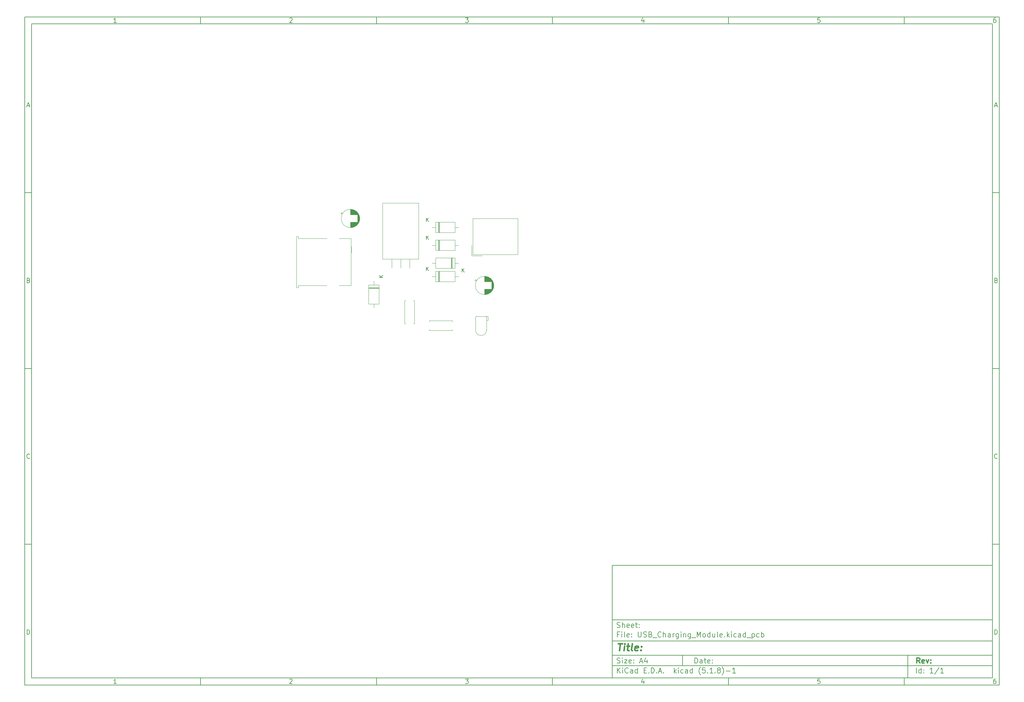
<source format=gto>
%TF.GenerationSoftware,KiCad,Pcbnew,(5.1.8)-1*%
%TF.CreationDate,2021-07-24T17:40:12+02:00*%
%TF.ProjectId,USB_Charging_Module,5553425f-4368-4617-9267-696e675f4d6f,rev?*%
%TF.SameCoordinates,Original*%
%TF.FileFunction,Legend,Top*%
%TF.FilePolarity,Positive*%
%FSLAX46Y46*%
G04 Gerber Fmt 4.6, Leading zero omitted, Abs format (unit mm)*
G04 Created by KiCad (PCBNEW (5.1.8)-1) date 2021-07-24 17:40:12*
%MOMM*%
%LPD*%
G01*
G04 APERTURE LIST*
%ADD10C,0.100000*%
%ADD11C,0.150000*%
%ADD12C,0.300000*%
%ADD13C,0.400000*%
%ADD14C,0.120000*%
G04 APERTURE END LIST*
D10*
D11*
X177002200Y-166007200D02*
X177002200Y-198007200D01*
X285002200Y-198007200D01*
X285002200Y-166007200D01*
X177002200Y-166007200D01*
D10*
D11*
X10000000Y-10000000D02*
X10000000Y-200007200D01*
X287002200Y-200007200D01*
X287002200Y-10000000D01*
X10000000Y-10000000D01*
D10*
D11*
X12000000Y-12000000D02*
X12000000Y-198007200D01*
X285002200Y-198007200D01*
X285002200Y-12000000D01*
X12000000Y-12000000D01*
D10*
D11*
X60000000Y-12000000D02*
X60000000Y-10000000D01*
D10*
D11*
X110000000Y-12000000D02*
X110000000Y-10000000D01*
D10*
D11*
X160000000Y-12000000D02*
X160000000Y-10000000D01*
D10*
D11*
X210000000Y-12000000D02*
X210000000Y-10000000D01*
D10*
D11*
X260000000Y-12000000D02*
X260000000Y-10000000D01*
D10*
D11*
X36065476Y-11588095D02*
X35322619Y-11588095D01*
X35694047Y-11588095D02*
X35694047Y-10288095D01*
X35570238Y-10473809D01*
X35446428Y-10597619D01*
X35322619Y-10659523D01*
D10*
D11*
X85322619Y-10411904D02*
X85384523Y-10350000D01*
X85508333Y-10288095D01*
X85817857Y-10288095D01*
X85941666Y-10350000D01*
X86003571Y-10411904D01*
X86065476Y-10535714D01*
X86065476Y-10659523D01*
X86003571Y-10845238D01*
X85260714Y-11588095D01*
X86065476Y-11588095D01*
D10*
D11*
X135260714Y-10288095D02*
X136065476Y-10288095D01*
X135632142Y-10783333D01*
X135817857Y-10783333D01*
X135941666Y-10845238D01*
X136003571Y-10907142D01*
X136065476Y-11030952D01*
X136065476Y-11340476D01*
X136003571Y-11464285D01*
X135941666Y-11526190D01*
X135817857Y-11588095D01*
X135446428Y-11588095D01*
X135322619Y-11526190D01*
X135260714Y-11464285D01*
D10*
D11*
X185941666Y-10721428D02*
X185941666Y-11588095D01*
X185632142Y-10226190D02*
X185322619Y-11154761D01*
X186127380Y-11154761D01*
D10*
D11*
X236003571Y-10288095D02*
X235384523Y-10288095D01*
X235322619Y-10907142D01*
X235384523Y-10845238D01*
X235508333Y-10783333D01*
X235817857Y-10783333D01*
X235941666Y-10845238D01*
X236003571Y-10907142D01*
X236065476Y-11030952D01*
X236065476Y-11340476D01*
X236003571Y-11464285D01*
X235941666Y-11526190D01*
X235817857Y-11588095D01*
X235508333Y-11588095D01*
X235384523Y-11526190D01*
X235322619Y-11464285D01*
D10*
D11*
X285941666Y-10288095D02*
X285694047Y-10288095D01*
X285570238Y-10350000D01*
X285508333Y-10411904D01*
X285384523Y-10597619D01*
X285322619Y-10845238D01*
X285322619Y-11340476D01*
X285384523Y-11464285D01*
X285446428Y-11526190D01*
X285570238Y-11588095D01*
X285817857Y-11588095D01*
X285941666Y-11526190D01*
X286003571Y-11464285D01*
X286065476Y-11340476D01*
X286065476Y-11030952D01*
X286003571Y-10907142D01*
X285941666Y-10845238D01*
X285817857Y-10783333D01*
X285570238Y-10783333D01*
X285446428Y-10845238D01*
X285384523Y-10907142D01*
X285322619Y-11030952D01*
D10*
D11*
X60000000Y-198007200D02*
X60000000Y-200007200D01*
D10*
D11*
X110000000Y-198007200D02*
X110000000Y-200007200D01*
D10*
D11*
X160000000Y-198007200D02*
X160000000Y-200007200D01*
D10*
D11*
X210000000Y-198007200D02*
X210000000Y-200007200D01*
D10*
D11*
X260000000Y-198007200D02*
X260000000Y-200007200D01*
D10*
D11*
X36065476Y-199595295D02*
X35322619Y-199595295D01*
X35694047Y-199595295D02*
X35694047Y-198295295D01*
X35570238Y-198481009D01*
X35446428Y-198604819D01*
X35322619Y-198666723D01*
D10*
D11*
X85322619Y-198419104D02*
X85384523Y-198357200D01*
X85508333Y-198295295D01*
X85817857Y-198295295D01*
X85941666Y-198357200D01*
X86003571Y-198419104D01*
X86065476Y-198542914D01*
X86065476Y-198666723D01*
X86003571Y-198852438D01*
X85260714Y-199595295D01*
X86065476Y-199595295D01*
D10*
D11*
X135260714Y-198295295D02*
X136065476Y-198295295D01*
X135632142Y-198790533D01*
X135817857Y-198790533D01*
X135941666Y-198852438D01*
X136003571Y-198914342D01*
X136065476Y-199038152D01*
X136065476Y-199347676D01*
X136003571Y-199471485D01*
X135941666Y-199533390D01*
X135817857Y-199595295D01*
X135446428Y-199595295D01*
X135322619Y-199533390D01*
X135260714Y-199471485D01*
D10*
D11*
X185941666Y-198728628D02*
X185941666Y-199595295D01*
X185632142Y-198233390D02*
X185322619Y-199161961D01*
X186127380Y-199161961D01*
D10*
D11*
X236003571Y-198295295D02*
X235384523Y-198295295D01*
X235322619Y-198914342D01*
X235384523Y-198852438D01*
X235508333Y-198790533D01*
X235817857Y-198790533D01*
X235941666Y-198852438D01*
X236003571Y-198914342D01*
X236065476Y-199038152D01*
X236065476Y-199347676D01*
X236003571Y-199471485D01*
X235941666Y-199533390D01*
X235817857Y-199595295D01*
X235508333Y-199595295D01*
X235384523Y-199533390D01*
X235322619Y-199471485D01*
D10*
D11*
X285941666Y-198295295D02*
X285694047Y-198295295D01*
X285570238Y-198357200D01*
X285508333Y-198419104D01*
X285384523Y-198604819D01*
X285322619Y-198852438D01*
X285322619Y-199347676D01*
X285384523Y-199471485D01*
X285446428Y-199533390D01*
X285570238Y-199595295D01*
X285817857Y-199595295D01*
X285941666Y-199533390D01*
X286003571Y-199471485D01*
X286065476Y-199347676D01*
X286065476Y-199038152D01*
X286003571Y-198914342D01*
X285941666Y-198852438D01*
X285817857Y-198790533D01*
X285570238Y-198790533D01*
X285446428Y-198852438D01*
X285384523Y-198914342D01*
X285322619Y-199038152D01*
D10*
D11*
X10000000Y-60000000D02*
X12000000Y-60000000D01*
D10*
D11*
X10000000Y-110000000D02*
X12000000Y-110000000D01*
D10*
D11*
X10000000Y-160000000D02*
X12000000Y-160000000D01*
D10*
D11*
X10690476Y-35216666D02*
X11309523Y-35216666D01*
X10566666Y-35588095D02*
X11000000Y-34288095D01*
X11433333Y-35588095D01*
D10*
D11*
X11092857Y-84907142D02*
X11278571Y-84969047D01*
X11340476Y-85030952D01*
X11402380Y-85154761D01*
X11402380Y-85340476D01*
X11340476Y-85464285D01*
X11278571Y-85526190D01*
X11154761Y-85588095D01*
X10659523Y-85588095D01*
X10659523Y-84288095D01*
X11092857Y-84288095D01*
X11216666Y-84350000D01*
X11278571Y-84411904D01*
X11340476Y-84535714D01*
X11340476Y-84659523D01*
X11278571Y-84783333D01*
X11216666Y-84845238D01*
X11092857Y-84907142D01*
X10659523Y-84907142D01*
D10*
D11*
X11402380Y-135464285D02*
X11340476Y-135526190D01*
X11154761Y-135588095D01*
X11030952Y-135588095D01*
X10845238Y-135526190D01*
X10721428Y-135402380D01*
X10659523Y-135278571D01*
X10597619Y-135030952D01*
X10597619Y-134845238D01*
X10659523Y-134597619D01*
X10721428Y-134473809D01*
X10845238Y-134350000D01*
X11030952Y-134288095D01*
X11154761Y-134288095D01*
X11340476Y-134350000D01*
X11402380Y-134411904D01*
D10*
D11*
X10659523Y-185588095D02*
X10659523Y-184288095D01*
X10969047Y-184288095D01*
X11154761Y-184350000D01*
X11278571Y-184473809D01*
X11340476Y-184597619D01*
X11402380Y-184845238D01*
X11402380Y-185030952D01*
X11340476Y-185278571D01*
X11278571Y-185402380D01*
X11154761Y-185526190D01*
X10969047Y-185588095D01*
X10659523Y-185588095D01*
D10*
D11*
X287002200Y-60000000D02*
X285002200Y-60000000D01*
D10*
D11*
X287002200Y-110000000D02*
X285002200Y-110000000D01*
D10*
D11*
X287002200Y-160000000D02*
X285002200Y-160000000D01*
D10*
D11*
X285692676Y-35216666D02*
X286311723Y-35216666D01*
X285568866Y-35588095D02*
X286002200Y-34288095D01*
X286435533Y-35588095D01*
D10*
D11*
X286095057Y-84907142D02*
X286280771Y-84969047D01*
X286342676Y-85030952D01*
X286404580Y-85154761D01*
X286404580Y-85340476D01*
X286342676Y-85464285D01*
X286280771Y-85526190D01*
X286156961Y-85588095D01*
X285661723Y-85588095D01*
X285661723Y-84288095D01*
X286095057Y-84288095D01*
X286218866Y-84350000D01*
X286280771Y-84411904D01*
X286342676Y-84535714D01*
X286342676Y-84659523D01*
X286280771Y-84783333D01*
X286218866Y-84845238D01*
X286095057Y-84907142D01*
X285661723Y-84907142D01*
D10*
D11*
X286404580Y-135464285D02*
X286342676Y-135526190D01*
X286156961Y-135588095D01*
X286033152Y-135588095D01*
X285847438Y-135526190D01*
X285723628Y-135402380D01*
X285661723Y-135278571D01*
X285599819Y-135030952D01*
X285599819Y-134845238D01*
X285661723Y-134597619D01*
X285723628Y-134473809D01*
X285847438Y-134350000D01*
X286033152Y-134288095D01*
X286156961Y-134288095D01*
X286342676Y-134350000D01*
X286404580Y-134411904D01*
D10*
D11*
X285661723Y-185588095D02*
X285661723Y-184288095D01*
X285971247Y-184288095D01*
X286156961Y-184350000D01*
X286280771Y-184473809D01*
X286342676Y-184597619D01*
X286404580Y-184845238D01*
X286404580Y-185030952D01*
X286342676Y-185278571D01*
X286280771Y-185402380D01*
X286156961Y-185526190D01*
X285971247Y-185588095D01*
X285661723Y-185588095D01*
D10*
D11*
X200434342Y-193785771D02*
X200434342Y-192285771D01*
X200791485Y-192285771D01*
X201005771Y-192357200D01*
X201148628Y-192500057D01*
X201220057Y-192642914D01*
X201291485Y-192928628D01*
X201291485Y-193142914D01*
X201220057Y-193428628D01*
X201148628Y-193571485D01*
X201005771Y-193714342D01*
X200791485Y-193785771D01*
X200434342Y-193785771D01*
X202577200Y-193785771D02*
X202577200Y-193000057D01*
X202505771Y-192857200D01*
X202362914Y-192785771D01*
X202077200Y-192785771D01*
X201934342Y-192857200D01*
X202577200Y-193714342D02*
X202434342Y-193785771D01*
X202077200Y-193785771D01*
X201934342Y-193714342D01*
X201862914Y-193571485D01*
X201862914Y-193428628D01*
X201934342Y-193285771D01*
X202077200Y-193214342D01*
X202434342Y-193214342D01*
X202577200Y-193142914D01*
X203077200Y-192785771D02*
X203648628Y-192785771D01*
X203291485Y-192285771D02*
X203291485Y-193571485D01*
X203362914Y-193714342D01*
X203505771Y-193785771D01*
X203648628Y-193785771D01*
X204720057Y-193714342D02*
X204577200Y-193785771D01*
X204291485Y-193785771D01*
X204148628Y-193714342D01*
X204077200Y-193571485D01*
X204077200Y-193000057D01*
X204148628Y-192857200D01*
X204291485Y-192785771D01*
X204577200Y-192785771D01*
X204720057Y-192857200D01*
X204791485Y-193000057D01*
X204791485Y-193142914D01*
X204077200Y-193285771D01*
X205434342Y-193642914D02*
X205505771Y-193714342D01*
X205434342Y-193785771D01*
X205362914Y-193714342D01*
X205434342Y-193642914D01*
X205434342Y-193785771D01*
X205434342Y-192857200D02*
X205505771Y-192928628D01*
X205434342Y-193000057D01*
X205362914Y-192928628D01*
X205434342Y-192857200D01*
X205434342Y-193000057D01*
D10*
D11*
X177002200Y-194507200D02*
X285002200Y-194507200D01*
D10*
D11*
X178434342Y-196585771D02*
X178434342Y-195085771D01*
X179291485Y-196585771D02*
X178648628Y-195728628D01*
X179291485Y-195085771D02*
X178434342Y-195942914D01*
X179934342Y-196585771D02*
X179934342Y-195585771D01*
X179934342Y-195085771D02*
X179862914Y-195157200D01*
X179934342Y-195228628D01*
X180005771Y-195157200D01*
X179934342Y-195085771D01*
X179934342Y-195228628D01*
X181505771Y-196442914D02*
X181434342Y-196514342D01*
X181220057Y-196585771D01*
X181077200Y-196585771D01*
X180862914Y-196514342D01*
X180720057Y-196371485D01*
X180648628Y-196228628D01*
X180577200Y-195942914D01*
X180577200Y-195728628D01*
X180648628Y-195442914D01*
X180720057Y-195300057D01*
X180862914Y-195157200D01*
X181077200Y-195085771D01*
X181220057Y-195085771D01*
X181434342Y-195157200D01*
X181505771Y-195228628D01*
X182791485Y-196585771D02*
X182791485Y-195800057D01*
X182720057Y-195657200D01*
X182577200Y-195585771D01*
X182291485Y-195585771D01*
X182148628Y-195657200D01*
X182791485Y-196514342D02*
X182648628Y-196585771D01*
X182291485Y-196585771D01*
X182148628Y-196514342D01*
X182077200Y-196371485D01*
X182077200Y-196228628D01*
X182148628Y-196085771D01*
X182291485Y-196014342D01*
X182648628Y-196014342D01*
X182791485Y-195942914D01*
X184148628Y-196585771D02*
X184148628Y-195085771D01*
X184148628Y-196514342D02*
X184005771Y-196585771D01*
X183720057Y-196585771D01*
X183577200Y-196514342D01*
X183505771Y-196442914D01*
X183434342Y-196300057D01*
X183434342Y-195871485D01*
X183505771Y-195728628D01*
X183577200Y-195657200D01*
X183720057Y-195585771D01*
X184005771Y-195585771D01*
X184148628Y-195657200D01*
X186005771Y-195800057D02*
X186505771Y-195800057D01*
X186720057Y-196585771D02*
X186005771Y-196585771D01*
X186005771Y-195085771D01*
X186720057Y-195085771D01*
X187362914Y-196442914D02*
X187434342Y-196514342D01*
X187362914Y-196585771D01*
X187291485Y-196514342D01*
X187362914Y-196442914D01*
X187362914Y-196585771D01*
X188077200Y-196585771D02*
X188077200Y-195085771D01*
X188434342Y-195085771D01*
X188648628Y-195157200D01*
X188791485Y-195300057D01*
X188862914Y-195442914D01*
X188934342Y-195728628D01*
X188934342Y-195942914D01*
X188862914Y-196228628D01*
X188791485Y-196371485D01*
X188648628Y-196514342D01*
X188434342Y-196585771D01*
X188077200Y-196585771D01*
X189577200Y-196442914D02*
X189648628Y-196514342D01*
X189577200Y-196585771D01*
X189505771Y-196514342D01*
X189577200Y-196442914D01*
X189577200Y-196585771D01*
X190220057Y-196157200D02*
X190934342Y-196157200D01*
X190077200Y-196585771D02*
X190577200Y-195085771D01*
X191077200Y-196585771D01*
X191577200Y-196442914D02*
X191648628Y-196514342D01*
X191577200Y-196585771D01*
X191505771Y-196514342D01*
X191577200Y-196442914D01*
X191577200Y-196585771D01*
X194577200Y-196585771D02*
X194577200Y-195085771D01*
X194720057Y-196014342D02*
X195148628Y-196585771D01*
X195148628Y-195585771D02*
X194577200Y-196157200D01*
X195791485Y-196585771D02*
X195791485Y-195585771D01*
X195791485Y-195085771D02*
X195720057Y-195157200D01*
X195791485Y-195228628D01*
X195862914Y-195157200D01*
X195791485Y-195085771D01*
X195791485Y-195228628D01*
X197148628Y-196514342D02*
X197005771Y-196585771D01*
X196720057Y-196585771D01*
X196577200Y-196514342D01*
X196505771Y-196442914D01*
X196434342Y-196300057D01*
X196434342Y-195871485D01*
X196505771Y-195728628D01*
X196577200Y-195657200D01*
X196720057Y-195585771D01*
X197005771Y-195585771D01*
X197148628Y-195657200D01*
X198434342Y-196585771D02*
X198434342Y-195800057D01*
X198362914Y-195657200D01*
X198220057Y-195585771D01*
X197934342Y-195585771D01*
X197791485Y-195657200D01*
X198434342Y-196514342D02*
X198291485Y-196585771D01*
X197934342Y-196585771D01*
X197791485Y-196514342D01*
X197720057Y-196371485D01*
X197720057Y-196228628D01*
X197791485Y-196085771D01*
X197934342Y-196014342D01*
X198291485Y-196014342D01*
X198434342Y-195942914D01*
X199791485Y-196585771D02*
X199791485Y-195085771D01*
X199791485Y-196514342D02*
X199648628Y-196585771D01*
X199362914Y-196585771D01*
X199220057Y-196514342D01*
X199148628Y-196442914D01*
X199077200Y-196300057D01*
X199077200Y-195871485D01*
X199148628Y-195728628D01*
X199220057Y-195657200D01*
X199362914Y-195585771D01*
X199648628Y-195585771D01*
X199791485Y-195657200D01*
X202077200Y-197157200D02*
X202005771Y-197085771D01*
X201862914Y-196871485D01*
X201791485Y-196728628D01*
X201720057Y-196514342D01*
X201648628Y-196157200D01*
X201648628Y-195871485D01*
X201720057Y-195514342D01*
X201791485Y-195300057D01*
X201862914Y-195157200D01*
X202005771Y-194942914D01*
X202077200Y-194871485D01*
X203362914Y-195085771D02*
X202648628Y-195085771D01*
X202577200Y-195800057D01*
X202648628Y-195728628D01*
X202791485Y-195657200D01*
X203148628Y-195657200D01*
X203291485Y-195728628D01*
X203362914Y-195800057D01*
X203434342Y-195942914D01*
X203434342Y-196300057D01*
X203362914Y-196442914D01*
X203291485Y-196514342D01*
X203148628Y-196585771D01*
X202791485Y-196585771D01*
X202648628Y-196514342D01*
X202577200Y-196442914D01*
X204077200Y-196442914D02*
X204148628Y-196514342D01*
X204077200Y-196585771D01*
X204005771Y-196514342D01*
X204077200Y-196442914D01*
X204077200Y-196585771D01*
X205577200Y-196585771D02*
X204720057Y-196585771D01*
X205148628Y-196585771D02*
X205148628Y-195085771D01*
X205005771Y-195300057D01*
X204862914Y-195442914D01*
X204720057Y-195514342D01*
X206220057Y-196442914D02*
X206291485Y-196514342D01*
X206220057Y-196585771D01*
X206148628Y-196514342D01*
X206220057Y-196442914D01*
X206220057Y-196585771D01*
X207148628Y-195728628D02*
X207005771Y-195657200D01*
X206934342Y-195585771D01*
X206862914Y-195442914D01*
X206862914Y-195371485D01*
X206934342Y-195228628D01*
X207005771Y-195157200D01*
X207148628Y-195085771D01*
X207434342Y-195085771D01*
X207577200Y-195157200D01*
X207648628Y-195228628D01*
X207720057Y-195371485D01*
X207720057Y-195442914D01*
X207648628Y-195585771D01*
X207577200Y-195657200D01*
X207434342Y-195728628D01*
X207148628Y-195728628D01*
X207005771Y-195800057D01*
X206934342Y-195871485D01*
X206862914Y-196014342D01*
X206862914Y-196300057D01*
X206934342Y-196442914D01*
X207005771Y-196514342D01*
X207148628Y-196585771D01*
X207434342Y-196585771D01*
X207577200Y-196514342D01*
X207648628Y-196442914D01*
X207720057Y-196300057D01*
X207720057Y-196014342D01*
X207648628Y-195871485D01*
X207577200Y-195800057D01*
X207434342Y-195728628D01*
X208220057Y-197157200D02*
X208291485Y-197085771D01*
X208434342Y-196871485D01*
X208505771Y-196728628D01*
X208577200Y-196514342D01*
X208648628Y-196157200D01*
X208648628Y-195871485D01*
X208577200Y-195514342D01*
X208505771Y-195300057D01*
X208434342Y-195157200D01*
X208291485Y-194942914D01*
X208220057Y-194871485D01*
X209362914Y-196014342D02*
X210505771Y-196014342D01*
X212005771Y-196585771D02*
X211148628Y-196585771D01*
X211577200Y-196585771D02*
X211577200Y-195085771D01*
X211434342Y-195300057D01*
X211291485Y-195442914D01*
X211148628Y-195514342D01*
D10*
D11*
X177002200Y-191507200D02*
X285002200Y-191507200D01*
D10*
D12*
X264411485Y-193785771D02*
X263911485Y-193071485D01*
X263554342Y-193785771D02*
X263554342Y-192285771D01*
X264125771Y-192285771D01*
X264268628Y-192357200D01*
X264340057Y-192428628D01*
X264411485Y-192571485D01*
X264411485Y-192785771D01*
X264340057Y-192928628D01*
X264268628Y-193000057D01*
X264125771Y-193071485D01*
X263554342Y-193071485D01*
X265625771Y-193714342D02*
X265482914Y-193785771D01*
X265197200Y-193785771D01*
X265054342Y-193714342D01*
X264982914Y-193571485D01*
X264982914Y-193000057D01*
X265054342Y-192857200D01*
X265197200Y-192785771D01*
X265482914Y-192785771D01*
X265625771Y-192857200D01*
X265697200Y-193000057D01*
X265697200Y-193142914D01*
X264982914Y-193285771D01*
X266197200Y-192785771D02*
X266554342Y-193785771D01*
X266911485Y-192785771D01*
X267482914Y-193642914D02*
X267554342Y-193714342D01*
X267482914Y-193785771D01*
X267411485Y-193714342D01*
X267482914Y-193642914D01*
X267482914Y-193785771D01*
X267482914Y-192857200D02*
X267554342Y-192928628D01*
X267482914Y-193000057D01*
X267411485Y-192928628D01*
X267482914Y-192857200D01*
X267482914Y-193000057D01*
D10*
D11*
X178362914Y-193714342D02*
X178577200Y-193785771D01*
X178934342Y-193785771D01*
X179077200Y-193714342D01*
X179148628Y-193642914D01*
X179220057Y-193500057D01*
X179220057Y-193357200D01*
X179148628Y-193214342D01*
X179077200Y-193142914D01*
X178934342Y-193071485D01*
X178648628Y-193000057D01*
X178505771Y-192928628D01*
X178434342Y-192857200D01*
X178362914Y-192714342D01*
X178362914Y-192571485D01*
X178434342Y-192428628D01*
X178505771Y-192357200D01*
X178648628Y-192285771D01*
X179005771Y-192285771D01*
X179220057Y-192357200D01*
X179862914Y-193785771D02*
X179862914Y-192785771D01*
X179862914Y-192285771D02*
X179791485Y-192357200D01*
X179862914Y-192428628D01*
X179934342Y-192357200D01*
X179862914Y-192285771D01*
X179862914Y-192428628D01*
X180434342Y-192785771D02*
X181220057Y-192785771D01*
X180434342Y-193785771D01*
X181220057Y-193785771D01*
X182362914Y-193714342D02*
X182220057Y-193785771D01*
X181934342Y-193785771D01*
X181791485Y-193714342D01*
X181720057Y-193571485D01*
X181720057Y-193000057D01*
X181791485Y-192857200D01*
X181934342Y-192785771D01*
X182220057Y-192785771D01*
X182362914Y-192857200D01*
X182434342Y-193000057D01*
X182434342Y-193142914D01*
X181720057Y-193285771D01*
X183077200Y-193642914D02*
X183148628Y-193714342D01*
X183077200Y-193785771D01*
X183005771Y-193714342D01*
X183077200Y-193642914D01*
X183077200Y-193785771D01*
X183077200Y-192857200D02*
X183148628Y-192928628D01*
X183077200Y-193000057D01*
X183005771Y-192928628D01*
X183077200Y-192857200D01*
X183077200Y-193000057D01*
X184862914Y-193357200D02*
X185577200Y-193357200D01*
X184720057Y-193785771D02*
X185220057Y-192285771D01*
X185720057Y-193785771D01*
X186862914Y-192785771D02*
X186862914Y-193785771D01*
X186505771Y-192214342D02*
X186148628Y-193285771D01*
X187077200Y-193285771D01*
D10*
D11*
X263434342Y-196585771D02*
X263434342Y-195085771D01*
X264791485Y-196585771D02*
X264791485Y-195085771D01*
X264791485Y-196514342D02*
X264648628Y-196585771D01*
X264362914Y-196585771D01*
X264220057Y-196514342D01*
X264148628Y-196442914D01*
X264077200Y-196300057D01*
X264077200Y-195871485D01*
X264148628Y-195728628D01*
X264220057Y-195657200D01*
X264362914Y-195585771D01*
X264648628Y-195585771D01*
X264791485Y-195657200D01*
X265505771Y-196442914D02*
X265577200Y-196514342D01*
X265505771Y-196585771D01*
X265434342Y-196514342D01*
X265505771Y-196442914D01*
X265505771Y-196585771D01*
X265505771Y-195657200D02*
X265577200Y-195728628D01*
X265505771Y-195800057D01*
X265434342Y-195728628D01*
X265505771Y-195657200D01*
X265505771Y-195800057D01*
X268148628Y-196585771D02*
X267291485Y-196585771D01*
X267720057Y-196585771D02*
X267720057Y-195085771D01*
X267577200Y-195300057D01*
X267434342Y-195442914D01*
X267291485Y-195514342D01*
X269862914Y-195014342D02*
X268577200Y-196942914D01*
X271148628Y-196585771D02*
X270291485Y-196585771D01*
X270720057Y-196585771D02*
X270720057Y-195085771D01*
X270577200Y-195300057D01*
X270434342Y-195442914D01*
X270291485Y-195514342D01*
D10*
D11*
X177002200Y-187507200D02*
X285002200Y-187507200D01*
D10*
D13*
X178714580Y-188211961D02*
X179857438Y-188211961D01*
X179036009Y-190211961D02*
X179286009Y-188211961D01*
X180274104Y-190211961D02*
X180440771Y-188878628D01*
X180524104Y-188211961D02*
X180416961Y-188307200D01*
X180500295Y-188402438D01*
X180607438Y-188307200D01*
X180524104Y-188211961D01*
X180500295Y-188402438D01*
X181107438Y-188878628D02*
X181869342Y-188878628D01*
X181476485Y-188211961D02*
X181262200Y-189926247D01*
X181333628Y-190116723D01*
X181512200Y-190211961D01*
X181702676Y-190211961D01*
X182655057Y-190211961D02*
X182476485Y-190116723D01*
X182405057Y-189926247D01*
X182619342Y-188211961D01*
X184190771Y-190116723D02*
X183988390Y-190211961D01*
X183607438Y-190211961D01*
X183428866Y-190116723D01*
X183357438Y-189926247D01*
X183452676Y-189164342D01*
X183571723Y-188973866D01*
X183774104Y-188878628D01*
X184155057Y-188878628D01*
X184333628Y-188973866D01*
X184405057Y-189164342D01*
X184381247Y-189354819D01*
X183405057Y-189545295D01*
X185155057Y-190021485D02*
X185238390Y-190116723D01*
X185131247Y-190211961D01*
X185047914Y-190116723D01*
X185155057Y-190021485D01*
X185131247Y-190211961D01*
X185286009Y-188973866D02*
X185369342Y-189069104D01*
X185262200Y-189164342D01*
X185178866Y-189069104D01*
X185286009Y-188973866D01*
X185262200Y-189164342D01*
D10*
D11*
X178934342Y-185600057D02*
X178434342Y-185600057D01*
X178434342Y-186385771D02*
X178434342Y-184885771D01*
X179148628Y-184885771D01*
X179720057Y-186385771D02*
X179720057Y-185385771D01*
X179720057Y-184885771D02*
X179648628Y-184957200D01*
X179720057Y-185028628D01*
X179791485Y-184957200D01*
X179720057Y-184885771D01*
X179720057Y-185028628D01*
X180648628Y-186385771D02*
X180505771Y-186314342D01*
X180434342Y-186171485D01*
X180434342Y-184885771D01*
X181791485Y-186314342D02*
X181648628Y-186385771D01*
X181362914Y-186385771D01*
X181220057Y-186314342D01*
X181148628Y-186171485D01*
X181148628Y-185600057D01*
X181220057Y-185457200D01*
X181362914Y-185385771D01*
X181648628Y-185385771D01*
X181791485Y-185457200D01*
X181862914Y-185600057D01*
X181862914Y-185742914D01*
X181148628Y-185885771D01*
X182505771Y-186242914D02*
X182577200Y-186314342D01*
X182505771Y-186385771D01*
X182434342Y-186314342D01*
X182505771Y-186242914D01*
X182505771Y-186385771D01*
X182505771Y-185457200D02*
X182577200Y-185528628D01*
X182505771Y-185600057D01*
X182434342Y-185528628D01*
X182505771Y-185457200D01*
X182505771Y-185600057D01*
X184362914Y-184885771D02*
X184362914Y-186100057D01*
X184434342Y-186242914D01*
X184505771Y-186314342D01*
X184648628Y-186385771D01*
X184934342Y-186385771D01*
X185077200Y-186314342D01*
X185148628Y-186242914D01*
X185220057Y-186100057D01*
X185220057Y-184885771D01*
X185862914Y-186314342D02*
X186077200Y-186385771D01*
X186434342Y-186385771D01*
X186577200Y-186314342D01*
X186648628Y-186242914D01*
X186720057Y-186100057D01*
X186720057Y-185957200D01*
X186648628Y-185814342D01*
X186577200Y-185742914D01*
X186434342Y-185671485D01*
X186148628Y-185600057D01*
X186005771Y-185528628D01*
X185934342Y-185457200D01*
X185862914Y-185314342D01*
X185862914Y-185171485D01*
X185934342Y-185028628D01*
X186005771Y-184957200D01*
X186148628Y-184885771D01*
X186505771Y-184885771D01*
X186720057Y-184957200D01*
X187862914Y-185600057D02*
X188077200Y-185671485D01*
X188148628Y-185742914D01*
X188220057Y-185885771D01*
X188220057Y-186100057D01*
X188148628Y-186242914D01*
X188077200Y-186314342D01*
X187934342Y-186385771D01*
X187362914Y-186385771D01*
X187362914Y-184885771D01*
X187862914Y-184885771D01*
X188005771Y-184957200D01*
X188077200Y-185028628D01*
X188148628Y-185171485D01*
X188148628Y-185314342D01*
X188077200Y-185457200D01*
X188005771Y-185528628D01*
X187862914Y-185600057D01*
X187362914Y-185600057D01*
X188505771Y-186528628D02*
X189648628Y-186528628D01*
X190862914Y-186242914D02*
X190791485Y-186314342D01*
X190577200Y-186385771D01*
X190434342Y-186385771D01*
X190220057Y-186314342D01*
X190077200Y-186171485D01*
X190005771Y-186028628D01*
X189934342Y-185742914D01*
X189934342Y-185528628D01*
X190005771Y-185242914D01*
X190077200Y-185100057D01*
X190220057Y-184957200D01*
X190434342Y-184885771D01*
X190577200Y-184885771D01*
X190791485Y-184957200D01*
X190862914Y-185028628D01*
X191505771Y-186385771D02*
X191505771Y-184885771D01*
X192148628Y-186385771D02*
X192148628Y-185600057D01*
X192077200Y-185457200D01*
X191934342Y-185385771D01*
X191720057Y-185385771D01*
X191577200Y-185457200D01*
X191505771Y-185528628D01*
X193505771Y-186385771D02*
X193505771Y-185600057D01*
X193434342Y-185457200D01*
X193291485Y-185385771D01*
X193005771Y-185385771D01*
X192862914Y-185457200D01*
X193505771Y-186314342D02*
X193362914Y-186385771D01*
X193005771Y-186385771D01*
X192862914Y-186314342D01*
X192791485Y-186171485D01*
X192791485Y-186028628D01*
X192862914Y-185885771D01*
X193005771Y-185814342D01*
X193362914Y-185814342D01*
X193505771Y-185742914D01*
X194220057Y-186385771D02*
X194220057Y-185385771D01*
X194220057Y-185671485D02*
X194291485Y-185528628D01*
X194362914Y-185457200D01*
X194505771Y-185385771D01*
X194648628Y-185385771D01*
X195791485Y-185385771D02*
X195791485Y-186600057D01*
X195720057Y-186742914D01*
X195648628Y-186814342D01*
X195505771Y-186885771D01*
X195291485Y-186885771D01*
X195148628Y-186814342D01*
X195791485Y-186314342D02*
X195648628Y-186385771D01*
X195362914Y-186385771D01*
X195220057Y-186314342D01*
X195148628Y-186242914D01*
X195077200Y-186100057D01*
X195077200Y-185671485D01*
X195148628Y-185528628D01*
X195220057Y-185457200D01*
X195362914Y-185385771D01*
X195648628Y-185385771D01*
X195791485Y-185457200D01*
X196505771Y-186385771D02*
X196505771Y-185385771D01*
X196505771Y-184885771D02*
X196434342Y-184957200D01*
X196505771Y-185028628D01*
X196577200Y-184957200D01*
X196505771Y-184885771D01*
X196505771Y-185028628D01*
X197220057Y-185385771D02*
X197220057Y-186385771D01*
X197220057Y-185528628D02*
X197291485Y-185457200D01*
X197434342Y-185385771D01*
X197648628Y-185385771D01*
X197791485Y-185457200D01*
X197862914Y-185600057D01*
X197862914Y-186385771D01*
X199220057Y-185385771D02*
X199220057Y-186600057D01*
X199148628Y-186742914D01*
X199077200Y-186814342D01*
X198934342Y-186885771D01*
X198720057Y-186885771D01*
X198577200Y-186814342D01*
X199220057Y-186314342D02*
X199077200Y-186385771D01*
X198791485Y-186385771D01*
X198648628Y-186314342D01*
X198577200Y-186242914D01*
X198505771Y-186100057D01*
X198505771Y-185671485D01*
X198577200Y-185528628D01*
X198648628Y-185457200D01*
X198791485Y-185385771D01*
X199077200Y-185385771D01*
X199220057Y-185457200D01*
X199577200Y-186528628D02*
X200720057Y-186528628D01*
X201077200Y-186385771D02*
X201077200Y-184885771D01*
X201577200Y-185957200D01*
X202077200Y-184885771D01*
X202077200Y-186385771D01*
X203005771Y-186385771D02*
X202862914Y-186314342D01*
X202791485Y-186242914D01*
X202720057Y-186100057D01*
X202720057Y-185671485D01*
X202791485Y-185528628D01*
X202862914Y-185457200D01*
X203005771Y-185385771D01*
X203220057Y-185385771D01*
X203362914Y-185457200D01*
X203434342Y-185528628D01*
X203505771Y-185671485D01*
X203505771Y-186100057D01*
X203434342Y-186242914D01*
X203362914Y-186314342D01*
X203220057Y-186385771D01*
X203005771Y-186385771D01*
X204791485Y-186385771D02*
X204791485Y-184885771D01*
X204791485Y-186314342D02*
X204648628Y-186385771D01*
X204362914Y-186385771D01*
X204220057Y-186314342D01*
X204148628Y-186242914D01*
X204077200Y-186100057D01*
X204077200Y-185671485D01*
X204148628Y-185528628D01*
X204220057Y-185457200D01*
X204362914Y-185385771D01*
X204648628Y-185385771D01*
X204791485Y-185457200D01*
X206148628Y-185385771D02*
X206148628Y-186385771D01*
X205505771Y-185385771D02*
X205505771Y-186171485D01*
X205577200Y-186314342D01*
X205720057Y-186385771D01*
X205934342Y-186385771D01*
X206077200Y-186314342D01*
X206148628Y-186242914D01*
X207077200Y-186385771D02*
X206934342Y-186314342D01*
X206862914Y-186171485D01*
X206862914Y-184885771D01*
X208220057Y-186314342D02*
X208077200Y-186385771D01*
X207791485Y-186385771D01*
X207648628Y-186314342D01*
X207577200Y-186171485D01*
X207577200Y-185600057D01*
X207648628Y-185457200D01*
X207791485Y-185385771D01*
X208077200Y-185385771D01*
X208220057Y-185457200D01*
X208291485Y-185600057D01*
X208291485Y-185742914D01*
X207577200Y-185885771D01*
X208934342Y-186242914D02*
X209005771Y-186314342D01*
X208934342Y-186385771D01*
X208862914Y-186314342D01*
X208934342Y-186242914D01*
X208934342Y-186385771D01*
X209648628Y-186385771D02*
X209648628Y-184885771D01*
X209791485Y-185814342D02*
X210220057Y-186385771D01*
X210220057Y-185385771D02*
X209648628Y-185957200D01*
X210862914Y-186385771D02*
X210862914Y-185385771D01*
X210862914Y-184885771D02*
X210791485Y-184957200D01*
X210862914Y-185028628D01*
X210934342Y-184957200D01*
X210862914Y-184885771D01*
X210862914Y-185028628D01*
X212220057Y-186314342D02*
X212077200Y-186385771D01*
X211791485Y-186385771D01*
X211648628Y-186314342D01*
X211577200Y-186242914D01*
X211505771Y-186100057D01*
X211505771Y-185671485D01*
X211577200Y-185528628D01*
X211648628Y-185457200D01*
X211791485Y-185385771D01*
X212077200Y-185385771D01*
X212220057Y-185457200D01*
X213505771Y-186385771D02*
X213505771Y-185600057D01*
X213434342Y-185457200D01*
X213291485Y-185385771D01*
X213005771Y-185385771D01*
X212862914Y-185457200D01*
X213505771Y-186314342D02*
X213362914Y-186385771D01*
X213005771Y-186385771D01*
X212862914Y-186314342D01*
X212791485Y-186171485D01*
X212791485Y-186028628D01*
X212862914Y-185885771D01*
X213005771Y-185814342D01*
X213362914Y-185814342D01*
X213505771Y-185742914D01*
X214862914Y-186385771D02*
X214862914Y-184885771D01*
X214862914Y-186314342D02*
X214720057Y-186385771D01*
X214434342Y-186385771D01*
X214291485Y-186314342D01*
X214220057Y-186242914D01*
X214148628Y-186100057D01*
X214148628Y-185671485D01*
X214220057Y-185528628D01*
X214291485Y-185457200D01*
X214434342Y-185385771D01*
X214720057Y-185385771D01*
X214862914Y-185457200D01*
X215220057Y-186528628D02*
X216362914Y-186528628D01*
X216720057Y-185385771D02*
X216720057Y-186885771D01*
X216720057Y-185457200D02*
X216862914Y-185385771D01*
X217148628Y-185385771D01*
X217291485Y-185457200D01*
X217362914Y-185528628D01*
X217434342Y-185671485D01*
X217434342Y-186100057D01*
X217362914Y-186242914D01*
X217291485Y-186314342D01*
X217148628Y-186385771D01*
X216862914Y-186385771D01*
X216720057Y-186314342D01*
X218720057Y-186314342D02*
X218577200Y-186385771D01*
X218291485Y-186385771D01*
X218148628Y-186314342D01*
X218077200Y-186242914D01*
X218005771Y-186100057D01*
X218005771Y-185671485D01*
X218077200Y-185528628D01*
X218148628Y-185457200D01*
X218291485Y-185385771D01*
X218577200Y-185385771D01*
X218720057Y-185457200D01*
X219362914Y-186385771D02*
X219362914Y-184885771D01*
X219362914Y-185457200D02*
X219505771Y-185385771D01*
X219791485Y-185385771D01*
X219934342Y-185457200D01*
X220005771Y-185528628D01*
X220077200Y-185671485D01*
X220077200Y-186100057D01*
X220005771Y-186242914D01*
X219934342Y-186314342D01*
X219791485Y-186385771D01*
X219505771Y-186385771D01*
X219362914Y-186314342D01*
D10*
D11*
X177002200Y-181507200D02*
X285002200Y-181507200D01*
D10*
D11*
X178362914Y-183614342D02*
X178577200Y-183685771D01*
X178934342Y-183685771D01*
X179077200Y-183614342D01*
X179148628Y-183542914D01*
X179220057Y-183400057D01*
X179220057Y-183257200D01*
X179148628Y-183114342D01*
X179077200Y-183042914D01*
X178934342Y-182971485D01*
X178648628Y-182900057D01*
X178505771Y-182828628D01*
X178434342Y-182757200D01*
X178362914Y-182614342D01*
X178362914Y-182471485D01*
X178434342Y-182328628D01*
X178505771Y-182257200D01*
X178648628Y-182185771D01*
X179005771Y-182185771D01*
X179220057Y-182257200D01*
X179862914Y-183685771D02*
X179862914Y-182185771D01*
X180505771Y-183685771D02*
X180505771Y-182900057D01*
X180434342Y-182757200D01*
X180291485Y-182685771D01*
X180077200Y-182685771D01*
X179934342Y-182757200D01*
X179862914Y-182828628D01*
X181791485Y-183614342D02*
X181648628Y-183685771D01*
X181362914Y-183685771D01*
X181220057Y-183614342D01*
X181148628Y-183471485D01*
X181148628Y-182900057D01*
X181220057Y-182757200D01*
X181362914Y-182685771D01*
X181648628Y-182685771D01*
X181791485Y-182757200D01*
X181862914Y-182900057D01*
X181862914Y-183042914D01*
X181148628Y-183185771D01*
X183077200Y-183614342D02*
X182934342Y-183685771D01*
X182648628Y-183685771D01*
X182505771Y-183614342D01*
X182434342Y-183471485D01*
X182434342Y-182900057D01*
X182505771Y-182757200D01*
X182648628Y-182685771D01*
X182934342Y-182685771D01*
X183077200Y-182757200D01*
X183148628Y-182900057D01*
X183148628Y-183042914D01*
X182434342Y-183185771D01*
X183577200Y-182685771D02*
X184148628Y-182685771D01*
X183791485Y-182185771D02*
X183791485Y-183471485D01*
X183862914Y-183614342D01*
X184005771Y-183685771D01*
X184148628Y-183685771D01*
X184648628Y-183542914D02*
X184720057Y-183614342D01*
X184648628Y-183685771D01*
X184577200Y-183614342D01*
X184648628Y-183542914D01*
X184648628Y-183685771D01*
X184648628Y-182757200D02*
X184720057Y-182828628D01*
X184648628Y-182900057D01*
X184577200Y-182828628D01*
X184648628Y-182757200D01*
X184648628Y-182900057D01*
D10*
D11*
X197002200Y-191507200D02*
X197002200Y-194507200D01*
D10*
D11*
X261002200Y-191507200D02*
X261002200Y-198007200D01*
D14*
%TO.C,J2*%
X87740000Y-73040000D02*
X95850000Y-73040000D01*
X87740000Y-73040000D02*
X87740000Y-72390000D01*
X102700000Y-73040000D02*
X102700000Y-86360000D01*
X102700000Y-73040000D02*
X99370000Y-73040000D01*
X102700000Y-86360000D02*
X99370000Y-86360000D01*
X87220000Y-87010000D02*
X87740000Y-87010000D01*
X87220000Y-72390000D02*
X87220000Y-87010000D01*
X95850000Y-86360000D02*
X87740000Y-86360000D01*
X87740000Y-72390000D02*
X87220000Y-72390000D01*
X87740000Y-87010000D02*
X87740000Y-86360000D01*
X102920000Y-75300000D02*
X102920000Y-77100000D01*
%TO.C,D6*%
X141250000Y-99050000D02*
G75*
G02*
X138130000Y-99050000I-1560000J0D01*
G01*
X138130000Y-95190000D02*
X138130000Y-99050000D01*
X141250000Y-95190000D02*
X141250000Y-99050000D01*
X138130000Y-95190000D02*
X141250000Y-95190000D01*
X141650000Y-95190000D02*
X141650000Y-96310000D01*
X141650000Y-96310000D02*
X141250000Y-96310000D01*
X141250000Y-96310000D02*
X141250000Y-95190000D01*
X141250000Y-95190000D02*
X141650000Y-95190000D01*
X138420000Y-95060000D02*
X138420000Y-95190000D01*
X138420000Y-95190000D02*
X138420000Y-95190000D01*
X138420000Y-95190000D02*
X138420000Y-95060000D01*
X138420000Y-95060000D02*
X138420000Y-95060000D01*
X140960000Y-95060000D02*
X140960000Y-95190000D01*
X140960000Y-95190000D02*
X140960000Y-95190000D01*
X140960000Y-95190000D02*
X140960000Y-95060000D01*
X140960000Y-95060000D02*
X140960000Y-95060000D01*
%TO.C,C1*%
X100035225Y-65585000D02*
X100035225Y-66085000D01*
X99785225Y-65835000D02*
X100285225Y-65835000D01*
X105191000Y-67026000D02*
X105191000Y-67594000D01*
X105151000Y-66792000D02*
X105151000Y-67828000D01*
X105111000Y-66633000D02*
X105111000Y-67987000D01*
X105071000Y-66505000D02*
X105071000Y-68115000D01*
X105031000Y-66395000D02*
X105031000Y-68225000D01*
X104991000Y-66299000D02*
X104991000Y-68321000D01*
X104951000Y-66212000D02*
X104951000Y-68408000D01*
X104911000Y-66132000D02*
X104911000Y-68488000D01*
X104871000Y-66059000D02*
X104871000Y-68561000D01*
X104831000Y-65991000D02*
X104831000Y-68629000D01*
X104791000Y-65927000D02*
X104791000Y-68693000D01*
X104751000Y-65867000D02*
X104751000Y-68753000D01*
X104711000Y-65810000D02*
X104711000Y-68810000D01*
X104671000Y-65756000D02*
X104671000Y-68864000D01*
X104631000Y-65705000D02*
X104631000Y-68915000D01*
X104591000Y-68350000D02*
X104591000Y-68963000D01*
X104591000Y-65657000D02*
X104591000Y-66270000D01*
X104551000Y-68350000D02*
X104551000Y-69009000D01*
X104551000Y-65611000D02*
X104551000Y-66270000D01*
X104511000Y-68350000D02*
X104511000Y-69053000D01*
X104511000Y-65567000D02*
X104511000Y-66270000D01*
X104471000Y-68350000D02*
X104471000Y-69095000D01*
X104471000Y-65525000D02*
X104471000Y-66270000D01*
X104431000Y-68350000D02*
X104431000Y-69136000D01*
X104431000Y-65484000D02*
X104431000Y-66270000D01*
X104391000Y-68350000D02*
X104391000Y-69174000D01*
X104391000Y-65446000D02*
X104391000Y-66270000D01*
X104351000Y-68350000D02*
X104351000Y-69211000D01*
X104351000Y-65409000D02*
X104351000Y-66270000D01*
X104311000Y-68350000D02*
X104311000Y-69247000D01*
X104311000Y-65373000D02*
X104311000Y-66270000D01*
X104271000Y-68350000D02*
X104271000Y-69281000D01*
X104271000Y-65339000D02*
X104271000Y-66270000D01*
X104231000Y-68350000D02*
X104231000Y-69314000D01*
X104231000Y-65306000D02*
X104231000Y-66270000D01*
X104191000Y-68350000D02*
X104191000Y-69345000D01*
X104191000Y-65275000D02*
X104191000Y-66270000D01*
X104151000Y-68350000D02*
X104151000Y-69375000D01*
X104151000Y-65245000D02*
X104151000Y-66270000D01*
X104111000Y-68350000D02*
X104111000Y-69405000D01*
X104111000Y-65215000D02*
X104111000Y-66270000D01*
X104071000Y-68350000D02*
X104071000Y-69432000D01*
X104071000Y-65188000D02*
X104071000Y-66270000D01*
X104031000Y-68350000D02*
X104031000Y-69459000D01*
X104031000Y-65161000D02*
X104031000Y-66270000D01*
X103991000Y-68350000D02*
X103991000Y-69485000D01*
X103991000Y-65135000D02*
X103991000Y-66270000D01*
X103951000Y-68350000D02*
X103951000Y-69510000D01*
X103951000Y-65110000D02*
X103951000Y-66270000D01*
X103911000Y-68350000D02*
X103911000Y-69534000D01*
X103911000Y-65086000D02*
X103911000Y-66270000D01*
X103871000Y-68350000D02*
X103871000Y-69557000D01*
X103871000Y-65063000D02*
X103871000Y-66270000D01*
X103831000Y-68350000D02*
X103831000Y-69578000D01*
X103831000Y-65042000D02*
X103831000Y-66270000D01*
X103791000Y-68350000D02*
X103791000Y-69600000D01*
X103791000Y-65020000D02*
X103791000Y-66270000D01*
X103751000Y-68350000D02*
X103751000Y-69620000D01*
X103751000Y-65000000D02*
X103751000Y-66270000D01*
X103711000Y-68350000D02*
X103711000Y-69639000D01*
X103711000Y-64981000D02*
X103711000Y-66270000D01*
X103671000Y-68350000D02*
X103671000Y-69658000D01*
X103671000Y-64962000D02*
X103671000Y-66270000D01*
X103631000Y-68350000D02*
X103631000Y-69675000D01*
X103631000Y-64945000D02*
X103631000Y-66270000D01*
X103591000Y-68350000D02*
X103591000Y-69692000D01*
X103591000Y-64928000D02*
X103591000Y-66270000D01*
X103551000Y-68350000D02*
X103551000Y-69708000D01*
X103551000Y-64912000D02*
X103551000Y-66270000D01*
X103511000Y-68350000D02*
X103511000Y-69724000D01*
X103511000Y-64896000D02*
X103511000Y-66270000D01*
X103471000Y-68350000D02*
X103471000Y-69738000D01*
X103471000Y-64882000D02*
X103471000Y-66270000D01*
X103431000Y-68350000D02*
X103431000Y-69752000D01*
X103431000Y-64868000D02*
X103431000Y-66270000D01*
X103391000Y-68350000D02*
X103391000Y-69765000D01*
X103391000Y-64855000D02*
X103391000Y-66270000D01*
X103351000Y-68350000D02*
X103351000Y-69778000D01*
X103351000Y-64842000D02*
X103351000Y-66270000D01*
X103311000Y-68350000D02*
X103311000Y-69790000D01*
X103311000Y-64830000D02*
X103311000Y-66270000D01*
X103270000Y-68350000D02*
X103270000Y-69801000D01*
X103270000Y-64819000D02*
X103270000Y-66270000D01*
X103230000Y-68350000D02*
X103230000Y-69811000D01*
X103230000Y-64809000D02*
X103230000Y-66270000D01*
X103190000Y-68350000D02*
X103190000Y-69821000D01*
X103190000Y-64799000D02*
X103190000Y-66270000D01*
X103150000Y-68350000D02*
X103150000Y-69830000D01*
X103150000Y-64790000D02*
X103150000Y-66270000D01*
X103110000Y-68350000D02*
X103110000Y-69838000D01*
X103110000Y-64782000D02*
X103110000Y-66270000D01*
X103070000Y-68350000D02*
X103070000Y-69846000D01*
X103070000Y-64774000D02*
X103070000Y-66270000D01*
X103030000Y-68350000D02*
X103030000Y-69853000D01*
X103030000Y-64767000D02*
X103030000Y-66270000D01*
X102990000Y-68350000D02*
X102990000Y-69860000D01*
X102990000Y-64760000D02*
X102990000Y-66270000D01*
X102950000Y-68350000D02*
X102950000Y-69866000D01*
X102950000Y-64754000D02*
X102950000Y-66270000D01*
X102910000Y-68350000D02*
X102910000Y-69871000D01*
X102910000Y-64749000D02*
X102910000Y-66270000D01*
X102870000Y-68350000D02*
X102870000Y-69875000D01*
X102870000Y-64745000D02*
X102870000Y-66270000D01*
X102830000Y-68350000D02*
X102830000Y-69879000D01*
X102830000Y-64741000D02*
X102830000Y-66270000D01*
X102790000Y-68350000D02*
X102790000Y-69883000D01*
X102790000Y-64737000D02*
X102790000Y-66270000D01*
X102750000Y-68350000D02*
X102750000Y-69886000D01*
X102750000Y-64734000D02*
X102750000Y-66270000D01*
X102710000Y-68350000D02*
X102710000Y-69888000D01*
X102710000Y-64732000D02*
X102710000Y-66270000D01*
X102670000Y-68350000D02*
X102670000Y-69889000D01*
X102670000Y-64731000D02*
X102670000Y-66270000D01*
X102630000Y-64730000D02*
X102630000Y-66270000D01*
X102630000Y-68350000D02*
X102630000Y-69890000D01*
X102590000Y-64730000D02*
X102590000Y-66270000D01*
X102590000Y-68350000D02*
X102590000Y-69890000D01*
X105210000Y-67310000D02*
G75*
G03*
X105210000Y-67310000I-2620000J0D01*
G01*
%TO.C,C2*%
X143310000Y-86360000D02*
G75*
G03*
X143310000Y-86360000I-2620000J0D01*
G01*
X140690000Y-87400000D02*
X140690000Y-88940000D01*
X140690000Y-83780000D02*
X140690000Y-85320000D01*
X140730000Y-87400000D02*
X140730000Y-88940000D01*
X140730000Y-83780000D02*
X140730000Y-85320000D01*
X140770000Y-83781000D02*
X140770000Y-85320000D01*
X140770000Y-87400000D02*
X140770000Y-88939000D01*
X140810000Y-83782000D02*
X140810000Y-85320000D01*
X140810000Y-87400000D02*
X140810000Y-88938000D01*
X140850000Y-83784000D02*
X140850000Y-85320000D01*
X140850000Y-87400000D02*
X140850000Y-88936000D01*
X140890000Y-83787000D02*
X140890000Y-85320000D01*
X140890000Y-87400000D02*
X140890000Y-88933000D01*
X140930000Y-83791000D02*
X140930000Y-85320000D01*
X140930000Y-87400000D02*
X140930000Y-88929000D01*
X140970000Y-83795000D02*
X140970000Y-85320000D01*
X140970000Y-87400000D02*
X140970000Y-88925000D01*
X141010000Y-83799000D02*
X141010000Y-85320000D01*
X141010000Y-87400000D02*
X141010000Y-88921000D01*
X141050000Y-83804000D02*
X141050000Y-85320000D01*
X141050000Y-87400000D02*
X141050000Y-88916000D01*
X141090000Y-83810000D02*
X141090000Y-85320000D01*
X141090000Y-87400000D02*
X141090000Y-88910000D01*
X141130000Y-83817000D02*
X141130000Y-85320000D01*
X141130000Y-87400000D02*
X141130000Y-88903000D01*
X141170000Y-83824000D02*
X141170000Y-85320000D01*
X141170000Y-87400000D02*
X141170000Y-88896000D01*
X141210000Y-83832000D02*
X141210000Y-85320000D01*
X141210000Y-87400000D02*
X141210000Y-88888000D01*
X141250000Y-83840000D02*
X141250000Y-85320000D01*
X141250000Y-87400000D02*
X141250000Y-88880000D01*
X141290000Y-83849000D02*
X141290000Y-85320000D01*
X141290000Y-87400000D02*
X141290000Y-88871000D01*
X141330000Y-83859000D02*
X141330000Y-85320000D01*
X141330000Y-87400000D02*
X141330000Y-88861000D01*
X141370000Y-83869000D02*
X141370000Y-85320000D01*
X141370000Y-87400000D02*
X141370000Y-88851000D01*
X141411000Y-83880000D02*
X141411000Y-85320000D01*
X141411000Y-87400000D02*
X141411000Y-88840000D01*
X141451000Y-83892000D02*
X141451000Y-85320000D01*
X141451000Y-87400000D02*
X141451000Y-88828000D01*
X141491000Y-83905000D02*
X141491000Y-85320000D01*
X141491000Y-87400000D02*
X141491000Y-88815000D01*
X141531000Y-83918000D02*
X141531000Y-85320000D01*
X141531000Y-87400000D02*
X141531000Y-88802000D01*
X141571000Y-83932000D02*
X141571000Y-85320000D01*
X141571000Y-87400000D02*
X141571000Y-88788000D01*
X141611000Y-83946000D02*
X141611000Y-85320000D01*
X141611000Y-87400000D02*
X141611000Y-88774000D01*
X141651000Y-83962000D02*
X141651000Y-85320000D01*
X141651000Y-87400000D02*
X141651000Y-88758000D01*
X141691000Y-83978000D02*
X141691000Y-85320000D01*
X141691000Y-87400000D02*
X141691000Y-88742000D01*
X141731000Y-83995000D02*
X141731000Y-85320000D01*
X141731000Y-87400000D02*
X141731000Y-88725000D01*
X141771000Y-84012000D02*
X141771000Y-85320000D01*
X141771000Y-87400000D02*
X141771000Y-88708000D01*
X141811000Y-84031000D02*
X141811000Y-85320000D01*
X141811000Y-87400000D02*
X141811000Y-88689000D01*
X141851000Y-84050000D02*
X141851000Y-85320000D01*
X141851000Y-87400000D02*
X141851000Y-88670000D01*
X141891000Y-84070000D02*
X141891000Y-85320000D01*
X141891000Y-87400000D02*
X141891000Y-88650000D01*
X141931000Y-84092000D02*
X141931000Y-85320000D01*
X141931000Y-87400000D02*
X141931000Y-88628000D01*
X141971000Y-84113000D02*
X141971000Y-85320000D01*
X141971000Y-87400000D02*
X141971000Y-88607000D01*
X142011000Y-84136000D02*
X142011000Y-85320000D01*
X142011000Y-87400000D02*
X142011000Y-88584000D01*
X142051000Y-84160000D02*
X142051000Y-85320000D01*
X142051000Y-87400000D02*
X142051000Y-88560000D01*
X142091000Y-84185000D02*
X142091000Y-85320000D01*
X142091000Y-87400000D02*
X142091000Y-88535000D01*
X142131000Y-84211000D02*
X142131000Y-85320000D01*
X142131000Y-87400000D02*
X142131000Y-88509000D01*
X142171000Y-84238000D02*
X142171000Y-85320000D01*
X142171000Y-87400000D02*
X142171000Y-88482000D01*
X142211000Y-84265000D02*
X142211000Y-85320000D01*
X142211000Y-87400000D02*
X142211000Y-88455000D01*
X142251000Y-84295000D02*
X142251000Y-85320000D01*
X142251000Y-87400000D02*
X142251000Y-88425000D01*
X142291000Y-84325000D02*
X142291000Y-85320000D01*
X142291000Y-87400000D02*
X142291000Y-88395000D01*
X142331000Y-84356000D02*
X142331000Y-85320000D01*
X142331000Y-87400000D02*
X142331000Y-88364000D01*
X142371000Y-84389000D02*
X142371000Y-85320000D01*
X142371000Y-87400000D02*
X142371000Y-88331000D01*
X142411000Y-84423000D02*
X142411000Y-85320000D01*
X142411000Y-87400000D02*
X142411000Y-88297000D01*
X142451000Y-84459000D02*
X142451000Y-85320000D01*
X142451000Y-87400000D02*
X142451000Y-88261000D01*
X142491000Y-84496000D02*
X142491000Y-85320000D01*
X142491000Y-87400000D02*
X142491000Y-88224000D01*
X142531000Y-84534000D02*
X142531000Y-85320000D01*
X142531000Y-87400000D02*
X142531000Y-88186000D01*
X142571000Y-84575000D02*
X142571000Y-85320000D01*
X142571000Y-87400000D02*
X142571000Y-88145000D01*
X142611000Y-84617000D02*
X142611000Y-85320000D01*
X142611000Y-87400000D02*
X142611000Y-88103000D01*
X142651000Y-84661000D02*
X142651000Y-85320000D01*
X142651000Y-87400000D02*
X142651000Y-88059000D01*
X142691000Y-84707000D02*
X142691000Y-85320000D01*
X142691000Y-87400000D02*
X142691000Y-88013000D01*
X142731000Y-84755000D02*
X142731000Y-87965000D01*
X142771000Y-84806000D02*
X142771000Y-87914000D01*
X142811000Y-84860000D02*
X142811000Y-87860000D01*
X142851000Y-84917000D02*
X142851000Y-87803000D01*
X142891000Y-84977000D02*
X142891000Y-87743000D01*
X142931000Y-85041000D02*
X142931000Y-87679000D01*
X142971000Y-85109000D02*
X142971000Y-87611000D01*
X143011000Y-85182000D02*
X143011000Y-87538000D01*
X143051000Y-85262000D02*
X143051000Y-87458000D01*
X143091000Y-85349000D02*
X143091000Y-87371000D01*
X143131000Y-85445000D02*
X143131000Y-87275000D01*
X143171000Y-85555000D02*
X143171000Y-87165000D01*
X143211000Y-85683000D02*
X143211000Y-87037000D01*
X143251000Y-85842000D02*
X143251000Y-86878000D01*
X143291000Y-86076000D02*
X143291000Y-86644000D01*
X137885225Y-84885000D02*
X138385225Y-84885000D01*
X138135225Y-84635000D02*
X138135225Y-85135000D01*
%TO.C,D1*%
X127590000Y-82350000D02*
X127590000Y-85290000D01*
X127830000Y-82350000D02*
X127830000Y-85290000D01*
X127710000Y-82350000D02*
X127710000Y-85290000D01*
X133270000Y-83820000D02*
X132250000Y-83820000D01*
X125790000Y-83820000D02*
X126810000Y-83820000D01*
X132250000Y-82350000D02*
X126810000Y-82350000D01*
X132250000Y-85290000D02*
X132250000Y-82350000D01*
X126810000Y-85290000D02*
X132250000Y-85290000D01*
X126810000Y-82350000D02*
X126810000Y-85290000D01*
%TO.C,D2*%
X132250000Y-81480000D02*
X132250000Y-78540000D01*
X132250000Y-78540000D02*
X126810000Y-78540000D01*
X126810000Y-78540000D02*
X126810000Y-81480000D01*
X126810000Y-81480000D02*
X132250000Y-81480000D01*
X133270000Y-80010000D02*
X132250000Y-80010000D01*
X125790000Y-80010000D02*
X126810000Y-80010000D01*
X131350000Y-81480000D02*
X131350000Y-78540000D01*
X131230000Y-81480000D02*
X131230000Y-78540000D01*
X131470000Y-81480000D02*
X131470000Y-78540000D01*
%TO.C,D3*%
X127590000Y-68380000D02*
X127590000Y-71320000D01*
X127830000Y-68380000D02*
X127830000Y-71320000D01*
X127710000Y-68380000D02*
X127710000Y-71320000D01*
X133270000Y-69850000D02*
X132250000Y-69850000D01*
X125790000Y-69850000D02*
X126810000Y-69850000D01*
X132250000Y-68380000D02*
X126810000Y-68380000D01*
X132250000Y-71320000D02*
X132250000Y-68380000D01*
X126810000Y-71320000D02*
X132250000Y-71320000D01*
X126810000Y-68380000D02*
X126810000Y-71320000D01*
%TO.C,D4*%
X126810000Y-73460000D02*
X126810000Y-76400000D01*
X126810000Y-76400000D02*
X132250000Y-76400000D01*
X132250000Y-76400000D02*
X132250000Y-73460000D01*
X132250000Y-73460000D02*
X126810000Y-73460000D01*
X125790000Y-74930000D02*
X126810000Y-74930000D01*
X133270000Y-74930000D02*
X132250000Y-74930000D01*
X127710000Y-73460000D02*
X127710000Y-76400000D01*
X127830000Y-73460000D02*
X127830000Y-76400000D01*
X127590000Y-73460000D02*
X127590000Y-76400000D01*
%TO.C,D5*%
X110680000Y-86960000D02*
X107740000Y-86960000D01*
X110680000Y-87200000D02*
X107740000Y-87200000D01*
X110680000Y-87080000D02*
X107740000Y-87080000D01*
X109210000Y-92640000D02*
X109210000Y-91620000D01*
X109210000Y-85160000D02*
X109210000Y-86180000D01*
X110680000Y-91620000D02*
X110680000Y-86180000D01*
X107740000Y-91620000D02*
X110680000Y-91620000D01*
X107740000Y-86180000D02*
X107740000Y-91620000D01*
X110680000Y-86180000D02*
X107740000Y-86180000D01*
%TO.C,J1*%
X137380000Y-77550000D02*
X150120000Y-77550000D01*
X150120000Y-77550000D02*
X150120000Y-67310000D01*
X137380000Y-67310000D02*
X150120000Y-67310000D01*
X137380000Y-77550000D02*
X137380000Y-67310000D01*
X137380000Y-77550000D02*
X150120000Y-77550000D01*
X150120000Y-77550000D02*
X150120000Y-67310000D01*
X137380000Y-67310000D02*
X150120000Y-67310000D01*
X137380000Y-77550000D02*
X137380000Y-67310000D01*
X137000000Y-77930000D02*
X137000000Y-74930000D01*
X140000000Y-77930000D02*
X137000000Y-77930000D01*
%TO.C,R1*%
X131530000Y-99160000D02*
X131530000Y-98830000D01*
X124990000Y-99160000D02*
X131530000Y-99160000D01*
X124990000Y-98830000D02*
X124990000Y-99160000D01*
X131530000Y-96420000D02*
X131530000Y-96750000D01*
X124990000Y-96420000D02*
X131530000Y-96420000D01*
X124990000Y-96750000D02*
X124990000Y-96420000D01*
%TO.C,R2*%
X120410000Y-90710000D02*
X120740000Y-90710000D01*
X120740000Y-90710000D02*
X120740000Y-97250000D01*
X120740000Y-97250000D02*
X120410000Y-97250000D01*
X118330000Y-90710000D02*
X118000000Y-90710000D01*
X118000000Y-90710000D02*
X118000000Y-97250000D01*
X118000000Y-97250000D02*
X118330000Y-97250000D01*
%TO.C,U1*%
X119370000Y-78860000D02*
X119370000Y-81400000D01*
X116830000Y-78860000D02*
X116830000Y-81400000D01*
X114290000Y-78860000D02*
X114290000Y-81400000D01*
X121950000Y-62970000D02*
X121950000Y-78860000D01*
X111710000Y-62970000D02*
X111710000Y-78860000D01*
X111710000Y-62970000D02*
X121950000Y-62970000D01*
X111710000Y-78860000D02*
X121950000Y-78860000D01*
%TO.C,D1*%
D11*
X124188095Y-82172380D02*
X124188095Y-81172380D01*
X124759523Y-82172380D02*
X124330952Y-81600952D01*
X124759523Y-81172380D02*
X124188095Y-81743809D01*
%TO.C,D2*%
X134348095Y-82562380D02*
X134348095Y-81562380D01*
X134919523Y-82562380D02*
X134490952Y-81990952D01*
X134919523Y-81562380D02*
X134348095Y-82133809D01*
%TO.C,D3*%
X124188095Y-68202380D02*
X124188095Y-67202380D01*
X124759523Y-68202380D02*
X124330952Y-67630952D01*
X124759523Y-67202380D02*
X124188095Y-67773809D01*
%TO.C,D4*%
X124188095Y-73282380D02*
X124188095Y-72282380D01*
X124759523Y-73282380D02*
X124330952Y-72710952D01*
X124759523Y-72282380D02*
X124188095Y-72853809D01*
%TO.C,D5*%
X111762380Y-84081904D02*
X110762380Y-84081904D01*
X111762380Y-83510476D02*
X111190952Y-83939047D01*
X110762380Y-83510476D02*
X111333809Y-84081904D01*
%TD*%
M02*

</source>
